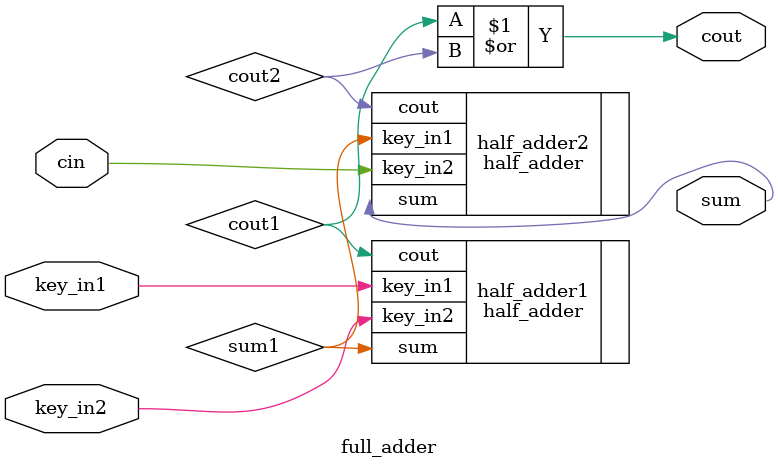
<source format=v>
module full_adder
(
input key_in1,
input key_in2,
input cin,

output sum,
output cout
);

wire sum1;
wire cout1;
wire cout2;

half_adder half_adder1
(
.key_in1(key_in1),
.key_in2(key_in2),
.sum(sum1),
.cout(cout1)
);

half_adder half_adder2
(
.key_in1(sum1),
.key_in2(cin),
.sum(sum),
.cout(cout2)
);

assign cout = cout1 | cout2;

endmodule
</source>
